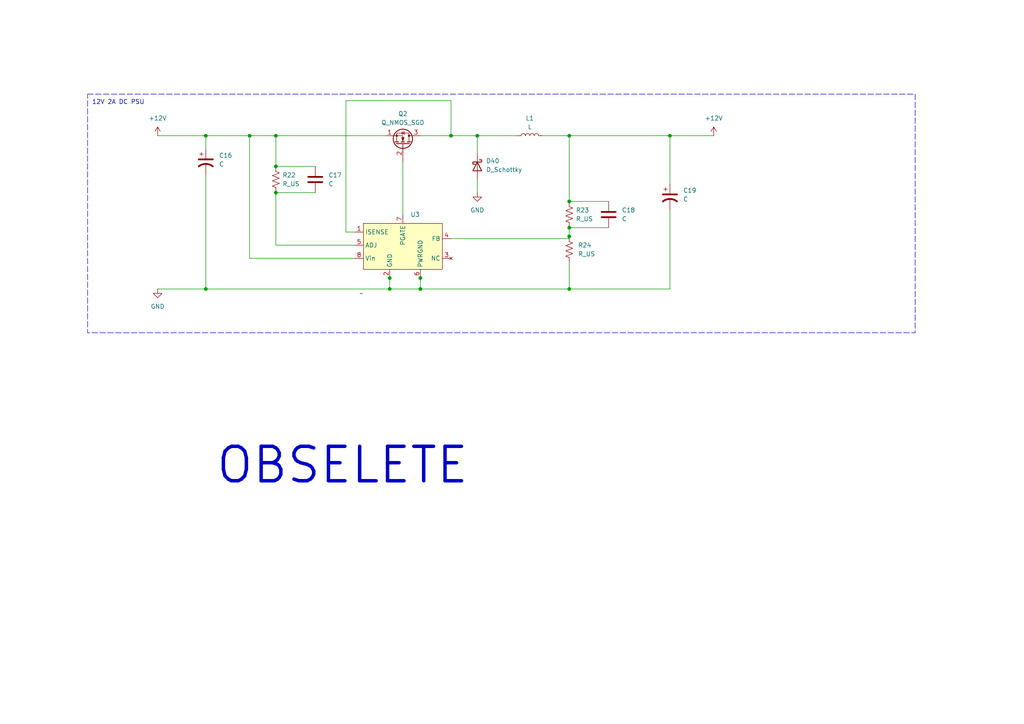
<source format=kicad_sch>
(kicad_sch (version 20230121) (generator eeschema)
  (paper "A4")
  (title_block (date "2024-02-27") (rev "1.0") (company "Sidharth Sreeram"))
  (lib_symbols
    (symbol "Device:C" (pin_numbers hide) (pin_names (offset 0.254))
      (property "Reference" "C" (at 0.635 2.54 0))
      (property "Value" "C" (at 0.635 -2.54 0))
      (symbol "C_0_1"
        (polyline (pts (xy -2.032 -0.762) (xy 2.032 -0.762)) (stroke (width 0.508)))
        (polyline (pts (xy -2.032 0.762) (xy 2.032 0.762)) (stroke (width 0.508)))
      )
      (symbol "C_1_1"
        (pin passive line (at 0 3.81 270) (length 2.794) (name "~") (number "1"))
        (pin passive line (at 0 -3.81 90) (length 2.794) (name "~") (number "2"))
      )
    )
    (symbol "Device:C_Polarized_US" (pin_numbers hide) (pin_names (offset 0.254) hide)
      (property "Reference" "C" (at 0.635 2.54 0))
      (property "Value" "C_Polarized_US" (at 0.635 -2.54 0))
      (symbol "C_Polarized_US_0_1"
        (polyline (pts (xy -2.032 0.762) (xy 2.032 0.762)) (stroke (width 0.508)))
        (polyline (pts (xy -1.778 2.286) (xy -0.762 2.286)))
        (polyline (pts (xy -1.27 1.778) (xy -1.27 2.794)))
        (arc (start 2.032 -1.27) (mid 0 -0.5572) (end -2.032 -1.27) (stroke (width 0.508)))
      )
      (symbol "C_Polarized_US_1_1"
        (pin passive line (at 0 3.81 270) (length 2.794) (name "~") (number "1"))
        (pin passive line (at 0 -3.81 90) (length 3.302) (name "~") (number "2"))
      )
    )
    (symbol "Device:D_Schottky" (pin_numbers hide) (pin_names (offset 1.016) hide)
      (property "Reference" "D" (at 0 2.54 0))
      (property "Value" "D_Schottky" (at 0 -2.54 0))
      (symbol "D_Schottky_0_1"
        (polyline (pts (xy 1.27 0) (xy -1.27 0)))
        (polyline (pts (xy 1.27 1.27) (xy 1.27 -1.27) (xy -1.27 0) (xy 1.27 1.27)) (stroke (width 0.254)))
        (polyline (pts (xy -1.905 0.635) (xy -1.905 1.27) (xy -1.27 1.27) (xy -1.27 -1.27) (xy -0.635 -1.27) (xy -0.635 -0.635)) (stroke (width 0.254)))
      )
      (symbol "D_Schottky_1_1"
        (pin passive line (at -3.81 0 0) (length 2.54) (name "K") (number "1"))
        (pin passive line (at 3.81 0 180) (length 2.54) (name "A") (number "2"))
      )
    )
    (symbol "Device:L" (pin_numbers hide) (pin_names (offset 1.016) hide)
      (property "Reference" "L" (at -1.27 0 90))
      (property "Value" "L" (at 1.905 0 90))
      (symbol "L_0_1"
        (arc (start 0 -2.54) (mid 0.6323 -1.905) (end 0 -1.27))
        (arc (start 0 -1.27) (mid 0.6323 -0.635) (end 0 0))
        (arc (start 0 0) (mid 0.6323 0.635) (end 0 1.27))
        (arc (start 0 1.27) (mid 0.6323 1.905) (end 0 2.54))
      )
      (symbol "L_1_1"
        (pin passive line (at 0 3.81 270) (length 1.27) (name "1") (number "1"))
        (pin passive line (at 0 -3.81 90) (length 1.27) (name "2") (number "2"))
      )
    )
    (symbol "Device:Q_NMOS_SGD" (pin_names (offset 0) hide)
      (property "Reference" "Q" (at 5.08 1.27 0))
      (property "Value" "Q_NMOS_SGD" (at 5.08 -1.27 0))
      (symbol "Q_NMOS_SGD_0_1"
        (polyline (pts (xy 0.254 0) (xy -2.54 0)))
        (polyline (pts (xy 0.254 1.905) (xy 0.254 -1.905)) (stroke (width 0.254)))
        (polyline (pts (xy 0.762 -1.27) (xy 0.762 -2.286)) (stroke (width 0.254)))
        (polyline (pts (xy 0.762 0.508) (xy 0.762 -0.508)) (stroke (width 0.254)))
        (polyline (pts (xy 0.762 2.286) (xy 0.762 1.27)) (stroke (width 0.254)))
        (polyline (pts (xy 2.54 2.54) (xy 2.54 1.778)))
        (polyline (pts (xy 2.54 -2.54) (xy 2.54 0) (xy 0.762 0)))
        (polyline (pts (xy 0.762 -1.778) (xy 3.302 -1.778) (xy 3.302 1.778) (xy 0.762 1.778)))
        (polyline (pts (xy 1.016 0) (xy 2.032 0.381) (xy 2.032 -0.381) (xy 1.016 0)) (fill (type outline)))
        (polyline (pts (xy 2.794 0.508) (xy 2.921 0.381) (xy 3.683 0.381) (xy 3.81 0.254)))
        (polyline (pts (xy 3.302 0.381) (xy 2.921 -0.254) (xy 3.683 -0.254) (xy 3.302 0.381)))
        (circle (center 1.651 0) (radius 2.794) (stroke (width 0.254)))
        (circle (center 2.54 -1.778) (radius 0.254) (fill (type outline)))
        (circle (center 2.54 1.778) (radius 0.254) (fill (type outline)))
      )
      (symbol "Q_NMOS_SGD_1_1"
        (pin passive line (at 2.54 -5.08 90) (length 2.54) (name "S") (number "1"))
        (pin input line (at -5.08 0 0) (length 5.08) (name "G") (number "2"))
        (pin passive line (at 2.54 5.08 270) (length 2.54) (name "D") (number "3"))
      )
    )
    (symbol "Device:R_US" (pin_numbers hide) (pin_names (offset 0))
      (property "Reference" "R" (at 2.54 0 90))
      (property "Value" "R_US" (at -2.54 0 90))
      (symbol "R_US_0_1"
        (polyline (pts (xy 0 -2.286) (xy 0 -2.54)))
        (polyline (pts (xy 0 2.286) (xy 0 2.54)))
        (polyline (pts (xy 0 -0.762) (xy 1.016 -1.143) (xy 0 -1.524) (xy -1.016 -1.905) (xy 0 -2.286)))
        (polyline (pts (xy 0 0.762) (xy 1.016 0.381) (xy 0 0) (xy -1.016 -0.381) (xy 0 -0.762)))
        (polyline (pts (xy 0 2.286) (xy 1.016 1.905) (xy 0 1.524) (xy -1.016 1.143) (xy 0 0.762)))
      )
      (symbol "R_US_1_1"
        (pin passive line (at 0 3.81 270) (length 1.27) (name "~") (number "1"))
        (pin passive line (at 0 -3.81 90) (length 1.27) (name "~") (number "2"))
      )
    )
    (symbol "ResinPrinter:LM3485"
      (property "Reference" "U" (at -9.525 8.255 0))
      (symbol "LM3485_1_1"
        (rectangle (start -10.795 6.985) (end 12.065 -6.35) (fill (type background)))
        (pin input line (at -13.335 4.445 0) (length 2.54) (name "ISENSE") (number "1"))
        (pin passive line (at -3.175 -8.89 90) (length 2.54) (name "GND") (number "2"))
        (pin no_connect line (at 14.605 -3.175 180) (length 2.54) (name "NC") (number "3"))
        (pin input line (at 14.605 2.54 180) (length 2.54) (name "FB") (number "4"))
        (pin input line (at -13.335 0.635 0) (length 2.54) (name "ADJ") (number "5"))
        (pin passive line (at 5.715 -8.89 90) (length 2.54) (name "PWRGND") (number "6"))
        (pin output line (at 0.635 9.525 270) (length 2.54) (name "PGATE") (number "7"))
        (pin power_in line (at -13.335 -3.175 0) (length 2.54) (name "Vin") (number "8"))
      )
    )
    (symbol "power:+12V" (power) (pin_names (offset 0))
      (property "Value" "+12V" (at 0 3.556 0))
      (symbol "+12V_0_1"
        (polyline (pts (xy -0.762 1.27) (xy 0 2.54)))
        (polyline (pts (xy 0 0) (xy 0 2.54)))
        (polyline (pts (xy 0 2.54) (xy 0.762 1.27)))
      )
      (symbol "+12V_1_1"
        (pin power_in line (at 0 0 90) (length 0) hide (name "+12V") (number "1"))
      )
    )
    (symbol "power:GND" (power) (pin_names (offset 0))
      (property "Value" "GND" (at 0 -3.81 0))
      (symbol "GND_0_1"
        (polyline (pts (xy 0 0) (xy 0 -1.27) (xy 1.27 -1.27) (xy 0 -2.54) (xy -1.27 -1.27) (xy 0 -1.27)))
      )
      (symbol "GND_1_1"
        (pin power_in line (at 0 0 270) (length 0) hide (name "GND") (number "1"))
      )
    )
  )
  (junction (at 121.92 83.82))
  (junction (at 165.1 68.58))
  (junction (at 121.92 80.645))
  (junction (at 80.01 48.26))
  (junction (at 113.03 80.645))
  (junction (at 194.31 39.37))
  (junction (at 165.1 66.04))
  (junction (at 165.1 39.37))
  (junction (at 72.39 39.37))
  (junction (at 80.01 55.88))
  (junction (at 59.69 83.82))
  (junction (at 165.1 58.42))
  (junction (at 113.03 83.82))
  (junction (at 138.43 39.37))
  (junction (at 165.1 83.82))
  (junction (at 130.81 39.37))
  (junction (at 59.69 39.37))
  (junction (at 80.01 39.37))
  (wire (pts (xy 165.1 83.82) (xy 165.1 76.2)))
  (wire (pts (xy 80.01 48.26) (xy 91.44 48.26)))
  (wire (pts (xy 130.81 29.21) (xy 130.81 39.37)))
  (wire (pts (xy 116.84 46.99) (xy 116.84 62.23)))
  (wire (pts (xy 59.69 43.18) (xy 59.69 39.37)))
  (wire (pts (xy 72.39 39.37) (xy 80.01 39.37)))
  (wire (pts (xy 80.01 55.88) (xy 91.44 55.88)))
  (wire (pts (xy 121.92 80.645) (xy 121.92 83.82)))
  (wire (pts (xy 100.33 29.21) (xy 130.81 29.21)))
  (wire (pts (xy 113.03 83.82) (xy 121.92 83.82)))
  (wire (pts (xy 72.39 74.93) (xy 102.87 74.93)))
  (wire (pts (xy 165.1 39.37) (xy 165.1 58.42)))
  (wire (pts (xy 45.72 83.82) (xy 59.69 83.82)))
  (wire (pts (xy 194.31 39.37) (xy 207.01 39.37)))
  (wire (pts (xy 138.43 52.07) (xy 138.43 55.88)))
  (wire (pts (xy 59.69 83.82) (xy 113.03 83.82)))
  (wire (pts (xy 194.31 83.82) (xy 165.1 83.82)))
  (wire (pts (xy 80.01 39.37) (xy 80.01 48.26)))
  (wire (pts (xy 138.43 39.37) (xy 138.43 44.45)))
  (wire (pts (xy 113.03 80.645) (xy 113.03 83.82)))
  (wire (pts (xy 165.1 66.04) (xy 165.1 68.58)))
  (wire (pts (xy 130.81 69.215) (xy 165.1 69.215)))
  (wire (pts (xy 194.31 60.96) (xy 194.31 83.82)))
  (wire (pts (xy 113.03 80.01) (xy 113.03 80.645)))
  (wire (pts (xy 59.69 50.8) (xy 59.69 83.82)))
  (wire (pts (xy 165.1 66.04) (xy 176.53 66.04)))
  (wire (pts (xy 130.81 39.37) (xy 138.43 39.37)))
  (wire (pts (xy 100.33 67.31) (xy 100.33 29.21)))
  (wire (pts (xy 130.81 39.37) (xy 121.92 39.37)))
  (wire (pts (xy 45.72 39.37) (xy 59.69 39.37)))
  (wire (pts (xy 80.01 39.37) (xy 111.76 39.37)))
  (wire (pts (xy 80.01 55.88) (xy 80.01 71.12)))
  (wire (pts (xy 80.01 71.12) (xy 102.87 71.12)))
  (wire (pts (xy 121.92 83.82) (xy 165.1 83.82)))
  (wire (pts (xy 165.1 58.42) (xy 176.53 58.42)))
  (wire (pts (xy 194.31 39.37) (xy 194.31 53.34)))
  (wire (pts (xy 165.1 69.215) (xy 165.1 68.58)))
  (wire (pts (xy 72.39 39.37) (xy 72.39 74.93)))
  (wire (pts (xy 59.69 39.37) (xy 72.39 39.37)))
  (wire (pts (xy 102.87 67.31) (xy 100.33 67.31)))
  (wire (pts (xy 138.43 39.37) (xy 149.86 39.37)))
  (wire (pts (xy 165.1 39.37) (xy 194.31 39.37)))
  (wire (pts (xy 121.92 80.01) (xy 121.92 80.645)))
  (wire (pts (xy 157.48 39.37) (xy 165.1 39.37)))
  (rectangle (start 25.4 27.305) (end 265.43 96.52) (stroke (width 0) (type dash)))
  (text "12V 2A DC PSU" (at 26.67 30.48 0) (effects (font (size 1.27 1.27)) (justify left bottom)))
  (text "OBSELETE\n" (at 62.23 140.97 0) (effects (font (size 10 10) (thickness 1) bold) (justify left bottom)))
  (symbol (lib_id "power:+12V") (at 45.72 39.37 0) (unit 1)
    (property "Reference" "#PWR036" (effects hide))
    (property "Value" "+12V" (at 45.72 34.29 0))
  )
  (symbol (lib_id "Device:R_US") (at 165.1 62.23 0) (unit 1)
    (property "Reference" "R23" (at 167.005 60.96 0) (effects (justify left)))
    (property "Value" "R_US" (at 167.005 63.5 0) (effects (justify left)))
  )
  (symbol (lib_id "power:+12V") (at 207.01 39.37 0) (unit 1)
    (property "Reference" "#PWR037" (effects hide))
    (property "Value" "+12V" (at 207.01 34.29 0))
  )
  (symbol (lib_id "Device:D_Schottky") (at 138.43 48.26 270) (unit 1)
    (property "Reference" "D40" (at 140.97 46.6725 90) (effects (justify left)))
    (property "Value" "D_Schottky" (at 140.97 49.2125 90) (effects (justify left)))
  )
  (symbol (lib_id "Device:C_Polarized_US") (at 194.31 57.15 0) (unit 1)
    (property "Reference" "C19" (at 198.12 55.245 0) (effects (justify left)))
    (property "Value" "C" (at 198.12 57.785 0) (effects (justify left)))
  )
  (symbol (lib_id "Device:R_US") (at 80.01 52.07 0) (unit 1)
    (property "Reference" "R22" (at 81.915 50.8 0) (effects (justify left)))
    (property "Value" "R_US" (at 81.915 53.34 0) (effects (justify left)))
  )
  (symbol (lib_id "ResinPrinter:LM3485") (at 116.205 71.755 0) (unit 1)
    (property "Reference" "U3" (at 119.0341 62.23 0) (effects (justify left)))
    (property "Value" "~" (at 104.775 85.09 0))
  )
  (symbol (lib_id "Device:C") (at 91.44 52.07 0) (unit 1)
    (property "Reference" "C17" (at 95.25 50.8 0) (effects (justify left)))
    (property "Value" "C" (at 95.25 53.34 0) (effects (justify left)))
  )
  (symbol (lib_id "Device:C_Polarized_US") (at 59.69 46.99 0) (unit 1)
    (property "Reference" "C16" (at 63.5 45.085 0) (effects (justify left)))
    (property "Value" "C" (at 63.5 47.625 0) (effects (justify left)))
  )
  (symbol (lib_id "Device:R_US") (at 165.1 72.39 0) (unit 1)
    (property "Reference" "R24" (at 167.64 71.12 0) (effects (justify left)))
    (property "Value" "R_US" (at 167.64 73.66 0) (effects (justify left)))
  )
  (symbol (lib_id "power:GND") (at 45.72 83.82 0) (unit 1)
    (property "Reference" "#PWR039" (effects hide))
    (property "Value" "GND" (at 45.72 88.9 0))
  )
  (symbol (lib_id "Device:C") (at 176.53 62.23 0) (unit 1)
    (property "Reference" "C18" (at 180.34 60.96 0) (effects (justify left)))
    (property "Value" "C" (at 180.34 63.5 0) (effects (justify left)))
  )
  (symbol (lib_id "Device:L") (at 153.67 39.37 90) (unit 1)
    (property "Reference" "L1" (at 153.67 34.29 90))
    (property "Value" "L" (at 153.67 36.83 90))
  )
  (symbol (lib_id "Device:Q_NMOS_SGD") (at 116.84 41.91 270) (mirror x) (unit 1)
    (property "Reference" "Q2" (at 116.84 33.02 90))
    (property "Value" "Q_NMOS_SGD" (at 116.84 35.56 90))
  )
  (symbol (lib_id "power:GND") (at 138.43 55.88 0) (unit 1)
    (property "Reference" "#PWR038" (effects hide))
    (property "Value" "GND" (at 138.43 60.96 0))
  )
)
</source>
